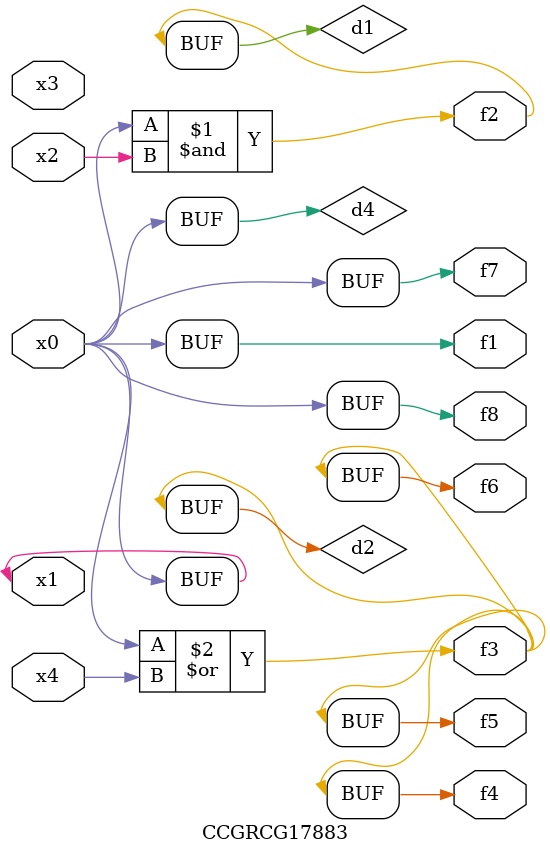
<source format=v>
module CCGRCG17883(
	input x0, x1, x2, x3, x4,
	output f1, f2, f3, f4, f5, f6, f7, f8
);

	wire d1, d2, d3, d4;

	and (d1, x0, x2);
	or (d2, x0, x4);
	nand (d3, x0, x2);
	buf (d4, x0, x1);
	assign f1 = d4;
	assign f2 = d1;
	assign f3 = d2;
	assign f4 = d2;
	assign f5 = d2;
	assign f6 = d2;
	assign f7 = d4;
	assign f8 = d4;
endmodule

</source>
